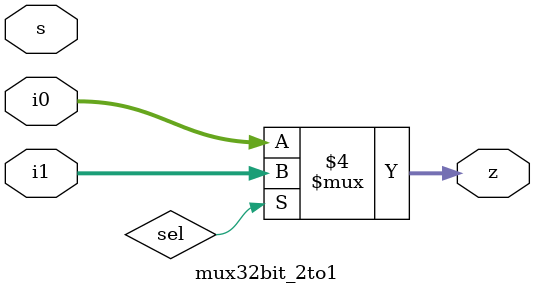
<source format=v>
module mux32bit_2to1(input [31:0] i0, i1,input s,output reg [31:0] z);
	always @(*) 
	begin
		if(sel == 0)
			z=i0;
		else
		begin
			z=i1;
		end
	end
endmodule

</source>
